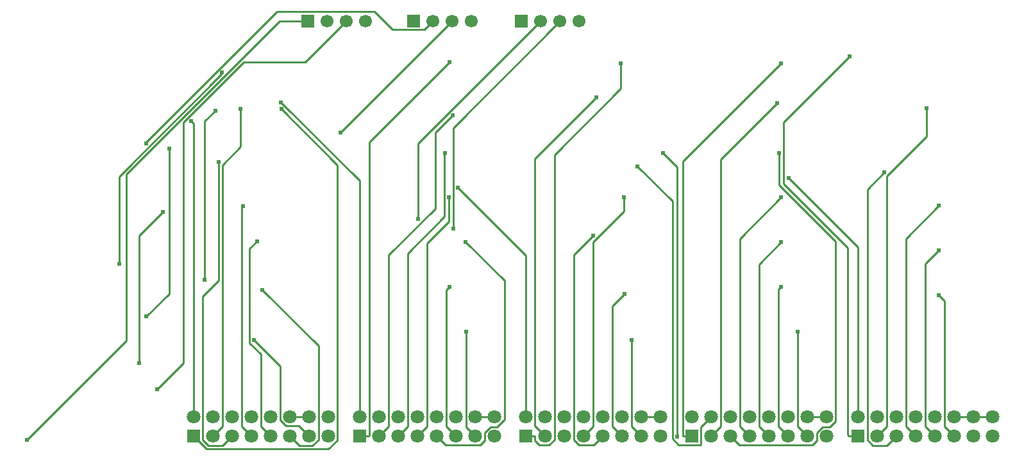
<source format=gbl>
G04 Layer: BottomLayer*
G04 EasyEDA v6.5.40, 2025-03-18 22:52:05*
G04 b39658bcca46432a934d06cf3c5ad792,51c3989a86a440af9e0a32d2c4c87c08,10*
G04 Gerber Generator version 0.2*
G04 Scale: 100 percent, Rotated: No, Reflected: No *
G04 Dimensions in millimeters *
G04 leading zeros omitted , absolute positions ,4 integer and 5 decimal *
%FSLAX45Y45*%
%MOMM*%

%ADD10C,0.2540*%
%ADD11R,1.7000X1.7000*%
%ADD12C,1.7000*%
%ADD13R,1.7780X1.8000*%
%ADD14C,1.8000*%
%ADD15C,0.6100*%
%ADD16C,0.0130*%

%LPD*%
D10*
X3356002Y4289117D02*
G01*
X3701874Y4634989D01*
X3701874Y7816060D01*
X4500958Y8615144D01*
X5313149Y8615144D01*
X5854702Y9156697D01*
X5359402Y3924297D02*
G01*
X5105402Y3924297D01*
X3835402Y3924297D02*
G01*
X3835402Y7800540D01*
X3804465Y7831477D01*
X13881102Y3670297D02*
G01*
X13754102Y3797297D01*
X13754102Y5458863D01*
X13679274Y5533692D01*
X11941177Y3670297D02*
G01*
X11811027Y3800447D01*
X11811027Y5049161D01*
X9747252Y3670297D02*
G01*
X9621446Y3796103D01*
X9621446Y4939738D01*
X7434506Y5050990D02*
G01*
X7434506Y3789118D01*
X7553327Y3670297D01*
X3514702Y7469934D02*
G01*
X3514702Y5550481D01*
X3215744Y5251523D01*
X4123870Y7971355D02*
G01*
X3985262Y7832747D01*
X3985262Y5739127D01*
X7251702Y9156697D02*
G01*
X5778197Y7683192D01*
X6997702Y9156697D02*
G01*
X6884621Y9043616D01*
X6466537Y9043616D01*
X6228234Y9281919D01*
X4935984Y9281919D01*
X3209673Y7555608D01*
X3209673Y7537193D01*
X7263183Y6413192D02*
G01*
X7268491Y6418501D01*
X7268491Y6899932D01*
X7263183Y6905241D01*
X7263183Y7745778D01*
X8674102Y9156697D01*
X8420102Y9156697D02*
G01*
X6803392Y7539987D01*
X6803392Y6542097D01*
X14389102Y3924297D02*
G01*
X14135102Y3924297D01*
X14135102Y3924297D02*
G01*
X13881102Y3924297D01*
X12611102Y3924297D02*
G01*
X12611102Y6164958D01*
X11692765Y7083295D01*
X12195177Y3924297D02*
G01*
X11941177Y3924297D01*
X10671177Y3924297D02*
G01*
X10535465Y3788585D01*
X10535465Y3559604D01*
X10528073Y3552212D01*
X10241180Y3552212D01*
X10160561Y3632832D01*
X10160561Y6772932D01*
X9700592Y7232901D01*
X10001252Y3924297D02*
G01*
X9747252Y3924297D01*
X8223252Y3924297D02*
G01*
X8223252Y6053833D01*
X7322441Y6954644D01*
X7807327Y3924297D02*
G01*
X7553327Y3924297D01*
X6029327Y3924297D02*
G01*
X6029327Y7044179D01*
X4989807Y8083699D01*
X12494287Y3670297D02*
G01*
X12475187Y3689398D01*
X12475187Y6154696D01*
X11627817Y7002066D01*
X11627817Y7814917D01*
X12498961Y8686060D01*
X12611102Y3670297D02*
G01*
X12494287Y3670297D01*
X12865102Y3670297D02*
G01*
X12992000Y3797195D01*
X12992000Y7109330D01*
X13516129Y7633459D01*
X13516129Y8006509D01*
X12955602Y7155787D02*
G01*
X12732692Y6932876D01*
X12732692Y3618506D01*
X12807012Y3544186D01*
X12992991Y3544186D01*
X13119102Y3670297D01*
X13373102Y3670297D02*
G01*
X13246102Y3797297D01*
X13246102Y6280884D01*
X13679274Y6714055D01*
X13627102Y3670297D02*
G01*
X13500102Y3797297D01*
X13500102Y5946162D01*
X13679274Y6125334D01*
X11687177Y3670297D02*
G01*
X11560202Y3797272D01*
X11560202Y5604431D01*
X11596423Y5640651D01*
X11433177Y3670297D02*
G01*
X11306177Y3797297D01*
X11306177Y5941692D01*
X11596601Y6232116D01*
X11179177Y3670297D02*
G01*
X11052177Y3797297D01*
X11052177Y6279029D01*
X11596728Y6823580D01*
X10925177Y3670297D02*
G01*
X11043668Y3551806D01*
X12007573Y3551806D01*
X12068177Y3612410D01*
X12068177Y3712791D01*
X12143767Y3788382D01*
X12240262Y3788382D01*
X12314506Y3862626D01*
X12314506Y6243546D01*
X11566857Y6991195D01*
X11566857Y7415044D01*
X10671177Y3670297D02*
G01*
X10798025Y3797145D01*
X10798025Y7326246D01*
X11544277Y8072498D01*
X10300362Y3670297D02*
G01*
X10298254Y3672405D01*
X10298254Y7298814D01*
X11597413Y8597973D01*
X10417177Y3670297D02*
G01*
X10300362Y3670297D01*
X9493252Y3670297D02*
G01*
X9366252Y3797297D01*
X9366252Y5385457D01*
X9528583Y5547789D01*
X9239252Y3670297D02*
G01*
X9118145Y3549190D01*
X8929651Y3549190D01*
X8858252Y3620589D01*
X8858252Y6064222D01*
X9114233Y6320203D01*
X8985252Y3670297D02*
G01*
X9112252Y3797297D01*
X9112252Y6235367D01*
X9515426Y6638541D01*
X9515426Y6823580D01*
X10219133Y3657089D02*
G01*
X10219133Y7228278D01*
X10032367Y7415044D01*
X9158277Y8145726D02*
G01*
X8344943Y7332393D01*
X8344943Y3802606D01*
X8477252Y3670297D01*
X8340067Y3670297D02*
G01*
X8340067Y3611902D01*
X8402754Y3549215D01*
X8532853Y3549215D01*
X8604252Y3620615D01*
X8604252Y7389365D01*
X9480831Y8265944D01*
X9480831Y8597973D01*
X8223252Y3670297D02*
G01*
X8340067Y3670297D01*
X7299327Y3670297D02*
G01*
X7172352Y3797272D01*
X7172352Y5601332D01*
X7215278Y5644258D01*
X7045327Y3670297D02*
G01*
X7163818Y3551806D01*
X7619723Y3551806D01*
X7680327Y3612410D01*
X7680327Y3712791D01*
X7755917Y3788382D01*
X7841084Y3788382D01*
X7941947Y3889245D01*
X7941947Y5726503D01*
X7430899Y6237551D01*
X6791327Y3670297D02*
G01*
X6918327Y3797297D01*
X6918327Y6214056D01*
X7209919Y6505648D01*
X7209919Y6830819D01*
X7156655Y7409279D02*
G01*
X7151347Y7403970D01*
X7151347Y6573288D01*
X6664175Y6086116D01*
X6664175Y3797145D01*
X6537327Y3670297D01*
X6283327Y3670297D02*
G01*
X6410327Y3797297D01*
X6410327Y6062037D01*
X7027268Y6678978D01*
X7027268Y7679585D01*
X7257620Y7909938D01*
X6146142Y3670297D02*
G01*
X6156327Y3680482D01*
X6156327Y7554389D01*
X7212611Y8610673D01*
X6029327Y3670297D02*
G01*
X6146142Y3670297D01*
X5105402Y3670297D02*
G01*
X5237076Y3538623D01*
X5403319Y3538623D01*
X5486402Y3621707D01*
X5486402Y4859779D01*
X4743427Y5602754D01*
X4851402Y3670297D02*
G01*
X4724453Y3797246D01*
X4724453Y4752921D01*
X4577031Y4900343D01*
X4577031Y6148931D01*
X4675380Y6247279D01*
X4597402Y3670297D02*
G01*
X4471189Y3796510D01*
X4471189Y6688173D01*
X4491992Y6708975D01*
X4170072Y7291473D02*
G01*
X4170072Y5730593D01*
X3953868Y5514388D01*
X3953868Y3621656D01*
X4031312Y3544211D01*
X4217316Y3544211D01*
X4343402Y3670297D01*
X4089402Y3670297D02*
G01*
X4216250Y3797145D01*
X4216250Y7254796D01*
X4459759Y7498306D01*
X4459759Y7995612D01*
X2858289Y5946543D02*
G01*
X2858289Y7102421D01*
X4213760Y8457892D01*
X4213760Y8476866D01*
X3835402Y3670297D02*
G01*
X4008655Y3497044D01*
X5618228Y3497044D01*
X5733341Y3612156D01*
X5733341Y7254034D01*
X4995166Y7992209D01*
X5346702Y9156697D02*
G01*
X4976446Y9156697D01*
X2948485Y7128736D01*
X2948485Y4929883D01*
X1633806Y3615204D01*
X5359402Y3670297D02*
G01*
X5223487Y3806212D01*
X5053992Y3806212D01*
X4978402Y3881803D01*
X4978402Y4595898D01*
X4636391Y4937909D01*
X3122246Y4635218D02*
G01*
X3122246Y6317180D01*
X3433625Y6628559D01*
D11*
G01*
X8166100Y9156700D03*
D12*
G01*
X8420100Y9156700D03*
G01*
X8674100Y9156700D03*
G01*
X8928100Y9156700D03*
D11*
G01*
X6743700Y9156700D03*
D12*
G01*
X6997700Y9156700D03*
G01*
X7251700Y9156700D03*
G01*
X7505700Y9156700D03*
D11*
G01*
X5346700Y9156700D03*
D12*
G01*
X5600700Y9156700D03*
G01*
X5854700Y9156700D03*
G01*
X6108700Y9156700D03*
D13*
G01*
X6029325Y3670300D03*
D14*
G01*
X6029325Y3924300D03*
G01*
X6283325Y3670300D03*
G01*
X6283325Y3924300D03*
G01*
X6537325Y3670300D03*
G01*
X6537325Y3924300D03*
G01*
X6791325Y3670300D03*
G01*
X6791325Y3924300D03*
G01*
X7045325Y3670300D03*
G01*
X7045325Y3924300D03*
G01*
X7299325Y3670300D03*
G01*
X7299325Y3924300D03*
G01*
X7553325Y3670300D03*
G01*
X7553325Y3924300D03*
G01*
X7807325Y3670300D03*
G01*
X7807325Y3924300D03*
D13*
G01*
X8223250Y3670300D03*
D14*
G01*
X8223250Y3924300D03*
G01*
X8477250Y3670300D03*
G01*
X8477250Y3924300D03*
G01*
X8731250Y3670300D03*
G01*
X8731250Y3924300D03*
G01*
X8985250Y3670300D03*
G01*
X8985250Y3924300D03*
G01*
X9239250Y3670300D03*
G01*
X9239250Y3924300D03*
G01*
X9493250Y3670300D03*
G01*
X9493250Y3924300D03*
G01*
X9747250Y3670300D03*
G01*
X9747250Y3924300D03*
G01*
X10001250Y3670300D03*
G01*
X10001250Y3924300D03*
D13*
G01*
X10417175Y3670300D03*
D14*
G01*
X10417175Y3924300D03*
G01*
X10671175Y3670300D03*
G01*
X10671175Y3924300D03*
G01*
X10925175Y3670300D03*
G01*
X10925175Y3924300D03*
G01*
X11179175Y3670300D03*
G01*
X11179175Y3924300D03*
G01*
X11433175Y3670300D03*
G01*
X11433175Y3924300D03*
G01*
X11687175Y3670300D03*
G01*
X11687175Y3924300D03*
G01*
X11941175Y3670300D03*
G01*
X11941175Y3924300D03*
G01*
X12195175Y3670300D03*
G01*
X12195175Y3924300D03*
D13*
G01*
X12611100Y3670300D03*
D14*
G01*
X12611100Y3924300D03*
G01*
X12865100Y3670300D03*
G01*
X12865100Y3924300D03*
G01*
X13119100Y3670300D03*
G01*
X13119100Y3924300D03*
G01*
X13373100Y3670300D03*
G01*
X13373100Y3924300D03*
G01*
X13627100Y3670300D03*
G01*
X13627100Y3924300D03*
G01*
X13881100Y3670300D03*
G01*
X13881100Y3924300D03*
G01*
X14135100Y3670300D03*
G01*
X14135100Y3924300D03*
G01*
X14389100Y3670300D03*
G01*
X14389100Y3924300D03*
D13*
G01*
X3835400Y3670300D03*
D14*
G01*
X3835400Y3924300D03*
G01*
X4089400Y3670300D03*
G01*
X4089400Y3924300D03*
G01*
X4343400Y3670300D03*
G01*
X4343400Y3924300D03*
G01*
X4597400Y3670300D03*
G01*
X4597400Y3924300D03*
G01*
X4851400Y3670300D03*
G01*
X4851400Y3924300D03*
G01*
X5105400Y3670300D03*
G01*
X5105400Y3924300D03*
G01*
X5359400Y3670300D03*
G01*
X5359400Y3924300D03*
G01*
X5613400Y3670300D03*
G01*
X5613400Y3924300D03*
D15*
G01*
X3433625Y6628559D03*
G01*
X3122246Y4635218D03*
G01*
X4636391Y4937909D03*
G01*
X1633806Y3615204D03*
G01*
X4995166Y7992209D03*
G01*
X4213760Y8476866D03*
G01*
X2858289Y5946543D03*
G01*
X4459759Y7995612D03*
G01*
X4170072Y7291473D03*
G01*
X4491992Y6708975D03*
G01*
X4675380Y6247279D03*
G01*
X4743427Y5602754D03*
G01*
X7212611Y8610673D03*
G01*
X7257620Y7909938D03*
G01*
X7156655Y7409279D03*
G01*
X7209919Y6830819D03*
G01*
X7430899Y6237551D03*
G01*
X7215278Y5644258D03*
G01*
X9480831Y8597973D03*
G01*
X9158277Y8145726D03*
G01*
X10219133Y3657089D03*
G01*
X10032367Y7415044D03*
G01*
X9515426Y6823580D03*
G01*
X9114233Y6320203D03*
G01*
X9528583Y5547789D03*
G01*
X11597413Y8597973D03*
G01*
X11544277Y8072498D03*
G01*
X11566857Y7415044D03*
G01*
X11596728Y6823580D03*
G01*
X11596601Y6232116D03*
G01*
X11596423Y5640651D03*
G01*
X13679274Y6125334D03*
G01*
X13679274Y6714055D03*
G01*
X12955602Y7155787D03*
G01*
X13516129Y8006509D03*
G01*
X12498961Y8686060D03*
G01*
X4989807Y8083699D03*
G01*
X7322441Y6954644D03*
G01*
X9700592Y7232901D03*
G01*
X11692765Y7083295D03*
G01*
X6803392Y6542097D03*
G01*
X7263183Y6413192D03*
G01*
X3209673Y7537193D03*
G01*
X5778197Y7683192D03*
G01*
X4123870Y7971355D03*
G01*
X3985262Y5739127D03*
G01*
X3514702Y7469934D03*
G01*
X3215744Y5251523D03*
G01*
X7434506Y5050990D03*
G01*
X9621446Y4939738D03*
G01*
X11811027Y5049161D03*
G01*
X13679274Y5533692D03*
G01*
X3804465Y7831477D03*
G01*
X3356002Y4289117D03*
M02*

</source>
